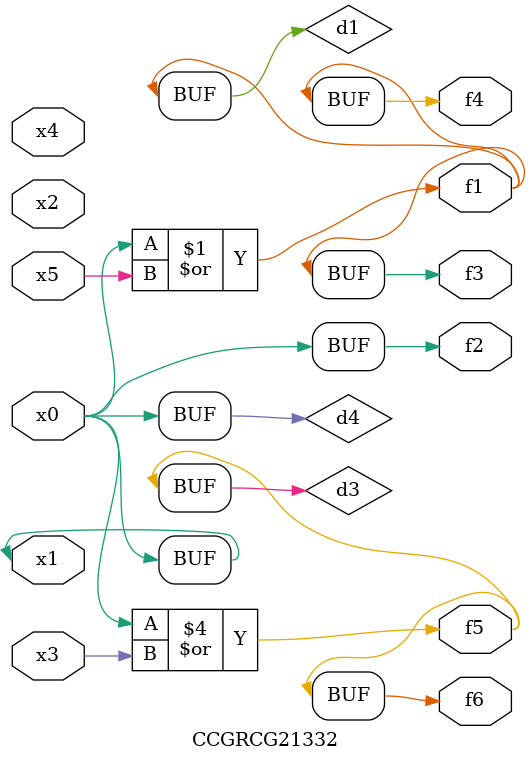
<source format=v>
module CCGRCG21332(
	input x0, x1, x2, x3, x4, x5,
	output f1, f2, f3, f4, f5, f6
);

	wire d1, d2, d3, d4;

	or (d1, x0, x5);
	xnor (d2, x1, x4);
	or (d3, x0, x3);
	buf (d4, x0, x1);
	assign f1 = d1;
	assign f2 = d4;
	assign f3 = d1;
	assign f4 = d1;
	assign f5 = d3;
	assign f6 = d3;
endmodule

</source>
